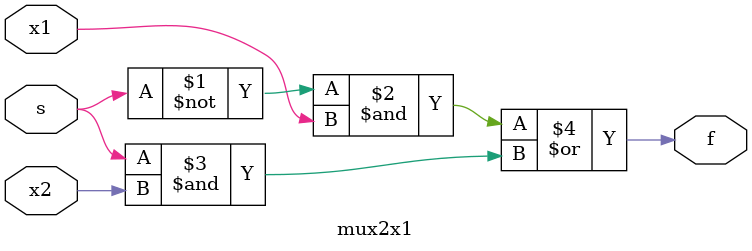
<source format=v>
module mux2x1(
    input x1,
    input x2,
    input s,
    output f
);
    assign f = ~s&x1|s&x2;
endmodule

</source>
